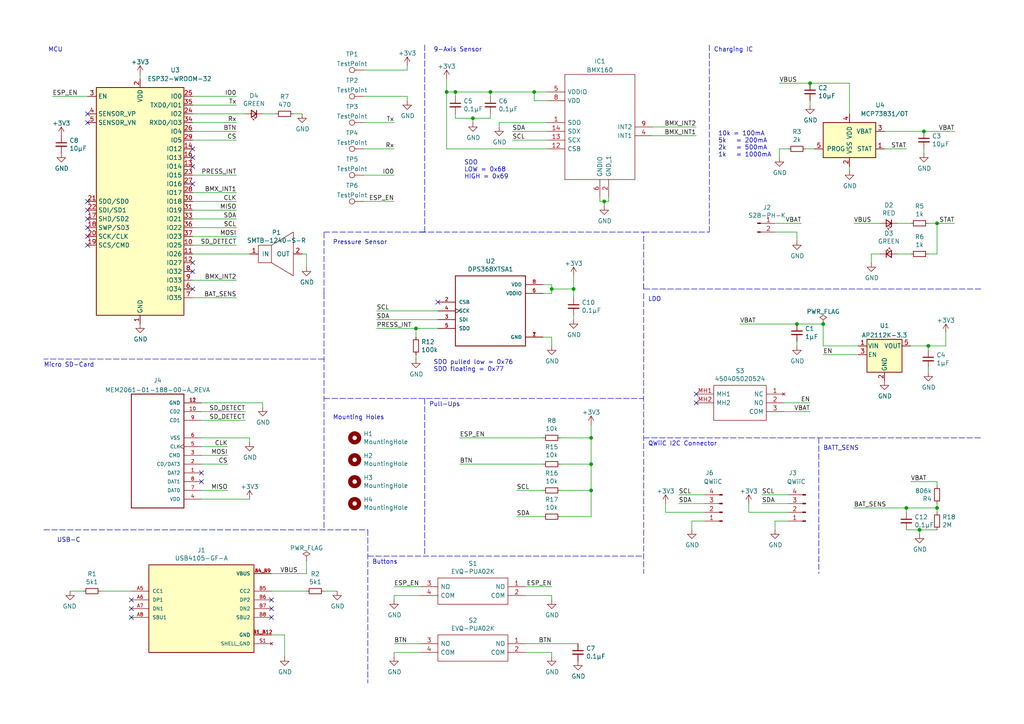
<source format=kicad_sch>
(kicad_sch (version 20211123) (generator eeschema)
  (paper "A4")
  (title_block (title "Trick Tracker") (date "2022-09-11") (rev "v2.1"))
  (lib_symbols
    (symbol "450405020524:450405020524" (pin_names (offset 0.762))
      (property "Reference" "S" (at 21.59 7.62 0))
      (property "Value" "450405020524" (at 21.59 5.08 0))
      (symbol "450405020524_0_0"
        (pin no_connect line (at 25.4 0 180) (length 5.08) (name "NC") (number "1"))
        (pin passive line (at 25.4 -2.54 180) (length 5.08) (name "NO") (number "2"))
        (pin passive line (at 25.4 -5.08 180) (length 5.08) (name "COM") (number "3"))
        (pin passive line (at 0 0 0) (length 5.08) (name "MH1") (number "MH1"))
        (pin passive line (at 0 -2.54 0) (length 5.08) (name "MH2") (number "MH2"))
      )
    )
    (symbol "BMX160:BMX160" (pin_names (offset 0.762))
      (property "Reference" "IC" (at 13.97 13.97 0))
      (property "Value" "BMX160" (at 11.43 11.43 0))
      (symbol "BMX160_0_0"
        (pin passive line (at 0 -3.81 0) (length 5.08) (name "SDO") (number "1"))
        (pin no_connect line (at 30.48 -2.54 180) (length 5.08) hide (name "DNC_1") (number "10"))
        (pin no_connect line (at 30.48 0 180) (length 5.08) hide (name "DNC_2") (number "11"))
        (pin passive line (at 0 -11.43 0) (length 5.08) (name "CSB") (number "12"))
        (pin passive line (at 0 -8.89 0) (length 5.08) (name "SCX") (number "13"))
        (pin passive line (at 0 -6.35 0) (length 5.08) (name "SDX") (number "14"))
        (pin input line (at 17.78 -25.4 90) (length 5.08) (name "GND_1") (number "2"))
        (pin input line (at 17.78 -25.4 90) (length 5.08) hide (name "GND_2") (number "3"))
        (pin passive line (at 30.48 -7.62 180) (length 5.08) (name "INT1") (number "4"))
        (pin passive line (at 0 5.08 0) (length 5.08) (name "VDDIO") (number "5"))
        (pin input line (at 15.24 -25.4 90) (length 5.08) (name "GNDIO") (number "6"))
        (pin input line (at 17.78 -25.4 90) (length 5.08) hide (name "GND_3") (number "7"))
        (pin passive line (at 0 2.54 0) (length 5.08) (name "VDD") (number "8"))
        (pin passive line (at 30.48 -5.08 180) (length 5.08) (name "INT2") (number "9"))
      )
    )
    (symbol "Battery_Management:MCP73831-2-OT" (pin_names (offset 1.016))
      (property "Reference" "U" (at -7.62 6.35 0))
      (property "Value" "MCP73831-2-OT" (at 1.27 6.35 0))
      (symbol "MCP73831-2-OT_1_1"
        (pin output line (at 10.16 -2.54 180) (length 2.54) (name "STAT") (number "1"))
        (pin power_in line (at 0 -7.62 90) (length 2.54) (name "VSS") (number "2"))
        (pin power_out line (at 10.16 2.54 180) (length 2.54) (name "VBAT") (number "3"))
        (pin power_in line (at 0 7.62 270) (length 2.54) (name "VDD") (number "4"))
        (pin input line (at -10.16 -2.54 0) (length 2.54) (name "PROG") (number "5"))
      )
    )
    (symbol "Connector:Conn_01x02_Male" (pin_names (offset 1.016) hide)
      (property "Reference" "J" (at 0 2.54 0))
      (property "Value" "Conn_01x02_Male" (at 0 -5.08 0))
      (symbol "Conn_01x02_Male_1_1"
        (pin passive line (at 5.08 0 180) (length 3.81) (name "Pin_1") (number "1"))
        (pin passive line (at 5.08 -2.54 180) (length 3.81) (name "Pin_2") (number "2"))
      )
    )
    (symbol "Connector:Conn_01x04_Male" (pin_names (offset 1.016) hide)
      (property "Reference" "J" (at 0 5.08 0))
      (property "Value" "Conn_01x04_Male" (at 0 -7.62 0))
      (symbol "Conn_01x04_Male_1_1"
        (pin passive line (at 5.08 2.54 180) (length 3.81) (name "Pin_1") (number "1"))
        (pin passive line (at 5.08 0 180) (length 3.81) (name "Pin_2") (number "2"))
        (pin passive line (at 5.08 -2.54 180) (length 3.81) (name "Pin_3") (number "3"))
        (pin passive line (at 5.08 -5.08 180) (length 3.81) (name "Pin_4") (number "4"))
      )
    )
    (symbol "Connector:TestPoint" (pin_numbers hide) (pin_names (offset 0.762) hide)
      (property "Reference" "TP" (at 0 6.858 0))
      (property "Value" "TestPoint" (at 0 5.08 0))
      (symbol "TestPoint_1_1"
        (pin passive line (at 0 0 90) (length 2.54) (name "1") (number "1"))
      )
    )
    (symbol "DPS368XTSA1:DPS368XTSA1" (pin_names (offset 1.016))
      (property "Reference" "U" (at -10.16 10.922 0))
      (property "Value" "DPS368XTSA1" (at -10.16 -12.7 0))
      (symbol "DPS368XTSA1_0_0"
        (pin power_in line (at 15.24 -7.62 180) (length 5.08) (name "GND") (number "1"))
        (pin input line (at -15.24 2.54 0) (length 5.08) (name "CSB") (number "2"))
        (pin input line (at -15.24 -2.54 0) (length 5.08) (name "SDI") (number "3"))
        (pin input clock (at -15.24 0 0) (length 5.08) (name "SCK") (number "4"))
        (pin output line (at -15.24 -5.08 0) (length 5.08) (name "SDO") (number "5"))
        (pin power_in line (at 15.24 5.08 180) (length 5.08) (name "VDDIO") (number "6"))
        (pin power_in line (at 15.24 -7.62 180) (length 5.08) (name "GND") (number "7"))
        (pin power_in line (at 15.24 7.62 180) (length 5.08) (name "VDD") (number "8"))
      )
    )
    (symbol "Device:C_Small" (pin_numbers hide) (pin_names (offset 0.254) hide)
      (property "Reference" "C" (at 0.254 1.778 0))
      (property "Value" "C_Small" (at 0.254 -2.032 0))
      (symbol "C_Small_1_1"
        (pin passive line (at 0 2.54 270) (length 2.032) (name "~") (number "1"))
        (pin passive line (at 0 -2.54 90) (length 2.032) (name "~") (number "2"))
      )
    )
    (symbol "Device:LED_Small" (pin_numbers hide) (pin_names (offset 0.254) hide)
      (property "Reference" "D" (at -1.27 3.175 0))
      (property "Value" "LED_Small" (at -4.445 -2.54 0))
      (symbol "LED_Small_1_1"
        (pin passive line (at -2.54 0 0) (length 1.778) (name "K") (number "1"))
        (pin passive line (at 2.54 0 180) (length 1.778) (name "A") (number "2"))
      )
    )
    (symbol "Device:R_Small" (pin_numbers hide) (pin_names (offset 0.254) hide)
      (property "Reference" "R" (at 0.762 0.508 0))
      (property "Value" "R_Small" (at 0.762 -1.016 0))
      (symbol "R_Small_1_1"
        (pin passive line (at 0 2.54 270) (length 0.762) (name "~") (number "1"))
        (pin passive line (at 0 -2.54 90) (length 0.762) (name "~") (number "2"))
      )
    )
    (symbol "EVQ-PUA02K:EVQ-PUA02K" (pin_names (offset 0.762))
      (property "Reference" "S" (at 26.67 7.62 0))
      (property "Value" "EVQ-PUA02K" (at 26.67 5.08 0))
      (symbol "EVQ-PUA02K_0_0"
        (pin passive line (at 30.48 0 180) (length 5.08) (name "NO") (number "1"))
        (pin passive line (at 30.48 -2.54 180) (length 5.08) (name "COM") (number "2"))
        (pin passive line (at 0 0 0) (length 5.08) (name "NO") (number "3"))
        (pin passive line (at 0 -2.54 0) (length 5.08) (name "COM") (number "4"))
      )
    )
    (symbol "MEM2061-01-188-00-A_REVA:MEM2061-01-188-00-A_REVA" (pin_names (offset 1.016))
      (property "Reference" "J" (at 0 15.2654 0))
      (property "Value" "MEM2061-01-188-00-A_REVA" (at 0 -20.3454 0))
      (symbol "MEM2061-01-188-00-A_REVA_0_0"
        (pin bidirectional line (at -5.08 5.08 0) (length 5.08) (name "DAT2") (number "1"))
        (pin passive line (at -5.08 -12.7 0) (length 5.08) (name "CD2") (number "10"))
        (pin power_in line (at -5.08 -15.24 0) (length 5.08) (name "GND") (number "11"))
        (pin power_in line (at -5.08 -15.24 0) (length 5.08) (name "GND") (number "12"))
        (pin bidirectional line (at -5.08 2.54 0) (length 5.08) (name "CD/DAT3") (number "2"))
        (pin bidirectional line (at -5.08 0 0) (length 5.08) (name "CMD") (number "3"))
        (pin power_in line (at -5.08 12.7 0) (length 5.08) (name "VDD") (number "4"))
        (pin bidirectional clock (at -5.08 -2.54 0) (length 5.08) (name "CLK") (number "5"))
        (pin power_in line (at -5.08 -5.08 0) (length 5.08) (name "VSS") (number "6"))
        (pin bidirectional line (at -5.08 10.16 0) (length 5.08) (name "DAT0") (number "7"))
        (pin bidirectional line (at -5.08 7.62 0) (length 5.08) (name "DAT1") (number "8"))
        (pin passive line (at -5.08 -10.16 0) (length 5.08) (name "CD1") (number "9"))
      )
    )
    (symbol "Mechanical:MountingHole" (pin_names (offset 1.016))
      (property "Reference" "H" (at 0 5.08 0))
      (property "Value" "MountingHole" (at 0 3.175 0))
    )
    (symbol "RF_Module:ESP32-WROOM-32"
      (property "Reference" "U" (at -12.7 34.29 0))
      (property "Value" "ESP32-WROOM-32" (at 1.27 34.29 0))
      (symbol "ESP32-WROOM-32_1_1"
        (pin power_in line (at 0 -35.56 90) (length 2.54) (name "GND") (number "1"))
        (pin bidirectional line (at 15.24 -12.7 180) (length 2.54) (name "IO25") (number "10"))
        (pin bidirectional line (at 15.24 -15.24 180) (length 2.54) (name "IO26") (number "11"))
        (pin bidirectional line (at 15.24 -17.78 180) (length 2.54) (name "IO27") (number "12"))
        (pin bidirectional line (at 15.24 10.16 180) (length 2.54) (name "IO14") (number "13"))
        (pin bidirectional line (at 15.24 15.24 180) (length 2.54) (name "IO12") (number "14"))
        (pin passive line (at 0 -35.56 90) (length 2.54) hide (name "GND") (number "15"))
        (pin bidirectional line (at 15.24 12.7 180) (length 2.54) (name "IO13") (number "16"))
        (pin bidirectional line (at -15.24 -5.08 0) (length 2.54) (name "SHD/SD2") (number "17"))
        (pin bidirectional line (at -15.24 -7.62 0) (length 2.54) (name "SWP/SD3") (number "18"))
        (pin bidirectional line (at -15.24 -12.7 0) (length 2.54) (name "SCS/CMD") (number "19"))
        (pin power_in line (at 0 35.56 270) (length 2.54) (name "VDD") (number "2"))
        (pin bidirectional line (at -15.24 -10.16 0) (length 2.54) (name "SCK/CLK") (number "20"))
        (pin bidirectional line (at -15.24 0 0) (length 2.54) (name "SDO/SD0") (number "21"))
        (pin bidirectional line (at -15.24 -2.54 0) (length 2.54) (name "SDI/SD1") (number "22"))
        (pin bidirectional line (at 15.24 7.62 180) (length 2.54) (name "IO15") (number "23"))
        (pin bidirectional line (at 15.24 25.4 180) (length 2.54) (name "IO2") (number "24"))
        (pin bidirectional line (at 15.24 30.48 180) (length 2.54) (name "IO0") (number "25"))
        (pin bidirectional line (at 15.24 20.32 180) (length 2.54) (name "IO4") (number "26"))
        (pin bidirectional line (at 15.24 5.08 180) (length 2.54) (name "IO16") (number "27"))
        (pin bidirectional line (at 15.24 2.54 180) (length 2.54) (name "IO17") (number "28"))
        (pin bidirectional line (at 15.24 17.78 180) (length 2.54) (name "IO5") (number "29"))
        (pin input line (at -15.24 30.48 0) (length 2.54) (name "EN") (number "3"))
        (pin bidirectional line (at 15.24 0 180) (length 2.54) (name "IO18") (number "30"))
        (pin bidirectional line (at 15.24 -2.54 180) (length 2.54) (name "IO19") (number "31"))
        (pin no_connect line (at -12.7 -27.94 0) (length 2.54) hide (name "NC") (number "32"))
        (pin bidirectional line (at 15.24 -5.08 180) (length 2.54) (name "IO21") (number "33"))
        (pin bidirectional line (at 15.24 22.86 180) (length 2.54) (name "RXD0/IO3") (number "34"))
        (pin bidirectional line (at 15.24 27.94 180) (length 2.54) (name "TXD0/IO1") (number "35"))
        (pin bidirectional line (at 15.24 -7.62 180) (length 2.54) (name "IO22") (number "36"))
        (pin bidirectional line (at 15.24 -10.16 180) (length 2.54) (name "IO23") (number "37"))
        (pin passive line (at 0 -35.56 90) (length 2.54) hide (name "GND") (number "38"))
        (pin passive line (at 0 -35.56 90) (length 2.54) hide (name "GND") (number "39"))
        (pin input line (at -15.24 25.4 0) (length 2.54) (name "SENSOR_VP") (number "4"))
        (pin input line (at -15.24 22.86 0) (length 2.54) (name "SENSOR_VN") (number "5"))
        (pin input line (at 15.24 -25.4 180) (length 2.54) (name "IO34") (number "6"))
        (pin input line (at 15.24 -27.94 180) (length 2.54) (name "IO35") (number "7"))
        (pin bidirectional line (at 15.24 -20.32 180) (length 2.54) (name "IO32") (number "8"))
        (pin bidirectional line (at 15.24 -22.86 180) (length 2.54) (name "IO33") (number "9"))
      )
    )
    (symbol "Regulator_Linear:AP2112K-3.3" (pin_names (offset 0.254))
      (property "Reference" "U" (at -5.08 5.715 0))
      (property "Value" "AP2112K-3.3" (at 0 5.715 0))
      (symbol "AP2112K-3.3_1_1"
        (pin power_in line (at -7.62 2.54 0) (length 2.54) (name "VIN") (number "1"))
        (pin power_in line (at 0 -7.62 90) (length 2.54) (name "GND") (number "2"))
        (pin input line (at -7.62 0 0) (length 2.54) (name "EN") (number "3"))
        (pin no_connect line (at 5.08 0 180) (length 2.54) hide (name "NC") (number "4"))
        (pin power_out line (at 7.62 2.54 180) (length 2.54) (name "VOUT") (number "5"))
      )
    )
    (symbol "SMTB-1240-S-R:SMTB-1240-S-R" (pin_names (offset 1.016))
      (property "Reference" "P" (at -2.54 3.81 0))
      (property "Value" "SMTB-1240-S-R" (at 1.27 -7.62 0))
      (symbol "SMTB-1240-S-R_1_1"
        (pin input line (at -7.62 0 0) (length 2.54) (name "IN") (number "1"))
        (pin output line (at 7.62 0 180) (length 2.54) (name "OUT") (number "2"))
      )
    )
    (symbol "USB4105-GF-A:USB4105-GF-A" (pin_names (offset 1.016))
      (property "Reference" "J" (at -15.24 13.97 0))
      (property "Value" "USB4105-GF-A" (at -15.24 -15.24 0))
      (symbol "USB4105-GF-A_0_0"
        (pin power_in line (at 20.32 -7.62 180) (length 5.08) (name "GND") (number "A1_B12"))
        (pin power_in line (at 20.32 10.16 180) (length 5.08) (name "VBUS") (number "A4_B9"))
        (pin bidirectional line (at -20.32 5.08 0) (length 5.08) (name "CC1") (number "A5"))
        (pin bidirectional line (at -20.32 2.54 0) (length 5.08) (name "DP1") (number "A6"))
        (pin bidirectional line (at -20.32 0 0) (length 5.08) (name "DN1") (number "A7"))
        (pin bidirectional line (at -20.32 -2.54 0) (length 5.08) (name "SBU1") (number "A8"))
        (pin power_in line (at 20.32 -7.62 180) (length 5.08) (name "GND") (number "B1_A12"))
        (pin power_in line (at 20.32 10.16 180) (length 5.08) (name "VBUS") (number "B4_A9"))
        (pin bidirectional line (at 20.32 5.08 180) (length 5.08) (name "CC2") (number "B5"))
        (pin bidirectional line (at 20.32 2.54 180) (length 5.08) (name "DP2") (number "B6"))
        (pin bidirectional line (at 20.32 0 180) (length 5.08) (name "DN2") (number "B7"))
        (pin bidirectional line (at 20.32 -2.54 180) (length 5.08) (name "SBU2") (number "B8"))
        (pin no_connect line (at 20.32 -10.16 180) (length 5.08) (name "SHELL_GND") (number "S1"))
        (pin no_connect line (at 1.27 -17.78 90) (length 5.08) hide (name "SHELL_GND") (number "S2"))
        (pin no_connect line (at 2.54 -17.78 90) (length 5.08) hide (name "SHELL_GND") (number "S3"))
        (pin no_connect line (at 3.81 -17.78 90) (length 5.08) hide (name "SHELL_GND") (number "S4"))
      )
    )
    (symbol "power:+3.3V" (power) (pin_names (offset 0))
      (property "Value" "+3.3V" (at 0 3.556 0))
      (symbol "+3.3V_1_1"
        (pin power_in line (at 0 0 90) (length 0) hide (name "+3V3") (number "1"))
      )
    )
    (symbol "power:GND" (power) (pin_names (offset 0))
      (property "Value" "GND" (at 0 -3.81 0))
      (symbol "GND_1_1"
        (pin power_in line (at 0 0 270) (length 0) hide (name "GND") (number "1"))
      )
    )
    (symbol "power:PWR_FLAG" (power) (pin_numbers hide) (pin_names (offset 0) hide)
      (property "Value" "PWR_FLAG" (at 0 3.81 0))
      (symbol "PWR_FLAG_0_0"
        (pin power_out line (at 0 0 90) (length 0) (name "pwr") (number "1"))
      )
    )
  )
  (junction (at 271.78 64.77))
  (junction (at 171.45 134.62))
  (junction (at 132.08 26.67))
  (junction (at 120.65 95.25))
  (junction (at 269.24 100.33))
  (junction (at 160.02 83.82))
  (junction (at 234.95 24.13))
  (junction (at 154.94 26.67))
  (junction (at 266.7 153.67))
  (junction (at 175.26 58.42))
  (junction (at 262.89 147.32))
  (junction (at 171.45 127))
  (junction (at 231.14 93.98))
  (junction (at 271.78 147.32))
  (junction (at 171.45 142.24))
  (junction (at 142.24 26.67))
  (junction (at 267.97 38.1))
  (junction (at 238.76 93.98))
  (junction (at 129.54 26.67))
  (junction (at 137.16 34.29))
  (junction (at 166.37 83.82))
  (no_connect (at 25.4 35.56))
  (no_connect (at 25.4 33.02))
  (no_connect (at 25.4 60.96))
  (no_connect (at 25.4 63.5))
  (no_connect (at 25.4 66.04))
  (no_connect (at 25.4 68.58))
  (no_connect (at 25.4 71.12))
  (no_connect (at 25.4 58.42))
  (no_connect (at 55.88 43.18))
  (no_connect (at 55.88 78.74))
  (no_connect (at 55.88 76.2))
  (no_connect (at 55.88 48.26))
  (no_connect (at 55.88 83.82))
  (no_connect (at 201.93 114.3))
  (no_connect (at 78.74 179.07))
  (no_connect (at 38.1 179.07))
  (no_connect (at 127 87.63))
  (no_connect (at 58.42 139.7))
  (no_connect (at 38.1 176.53))
  (no_connect (at 78.74 173.99))
  (no_connect (at 78.74 176.53))
  (no_connect (at 38.1 173.99))
  (no_connect (at 201.93 116.84))
  (no_connect (at 58.42 137.16))
  (no_connect (at 55.88 45.72))
  (no_connect (at 55.88 53.34))
  (wire (pts (xy 201.93 39.37) (xy 189.23 39.37)))
  (wire (pts (xy 231.14 93.98) (xy 238.76 93.98)))
  (wire (pts (xy 114.3 170.18) (xy 121.92 170.18)))
  (wire (pts (xy 76.2 118.11) (xy 76.2 116.84)))
  (wire (pts (xy 176.53 58.42) (xy 175.26 58.42)))
  (wire (pts (xy 157.48 97.79) (xy 160.02 97.79)))
  (wire (pts (xy 68.58 60.96) (xy 55.88 60.96)))
  (wire (pts (xy 231.14 99.06) (xy 231.14 100.33)))
  (wire (pts (xy 196.85 146.05) (xy 204.47 146.05)))
  (wire (pts (xy 160.02 190.5) (xy 160.02 189.23)))
  (wire (pts (xy 97.79 171.45) (xy 93.98 171.45)))
  (wire (pts (xy 246.38 48.26) (xy 246.38 49.53)))
  (wire (pts (xy 109.22 92.71) (xy 127 92.71)))
  (wire (pts (xy 160.02 97.79) (xy 160.02 100.33)))
  (wire (pts (xy 220.98 146.05) (xy 228.6 146.05)))
  (wire (pts (xy 160.02 189.23) (xy 152.4 189.23)))
  (wire (pts (xy 160.02 85.09) (xy 157.48 85.09)))
  (wire (pts (xy 231.14 67.31) (xy 224.79 67.31)))
  (wire (pts (xy 58.42 127) (xy 72.39 127)))
  (wire (pts (xy 274.32 96.52) (xy 274.32 100.33)))
  (wire (pts (xy 20.32 171.45) (xy 24.13 171.45)))
  (wire (pts (xy 133.35 134.62) (xy 157.48 134.62)))
  (wire (pts (xy 226.06 43.18) (xy 226.06 45.72)))
  (polyline (pts (xy 186.69 85.09) (xy 186.69 166.37)))
  (wire (pts (xy 105.41 20.32) (xy 118.11 20.32)))
  (wire (pts (xy 121.92 172.72) (xy 114.3 172.72)))
  (wire (pts (xy 72.39 144.78) (xy 58.42 144.78)))
  (wire (pts (xy 173.99 58.42) (xy 175.26 58.42)))
  (wire (pts (xy 234.95 29.21) (xy 234.95 30.48)))
  (wire (pts (xy 154.94 29.21) (xy 154.94 26.67)))
  (wire (pts (xy 105.41 35.56) (xy 114.3 35.56)))
  (wire (pts (xy 105.41 43.18) (xy 114.3 43.18)))
  (wire (pts (xy 267.97 38.1) (xy 276.86 38.1)))
  (wire (pts (xy 148.59 38.1) (xy 158.75 38.1)))
  (wire (pts (xy 144.78 35.56) (xy 158.75 35.56)))
  (wire (pts (xy 55.88 71.12) (xy 68.58 71.12)))
  (wire (pts (xy 162.56 127) (xy 171.45 127)))
  (wire (pts (xy 196.85 143.51) (xy 204.47 143.51)))
  (wire (pts (xy 142.24 26.67) (xy 154.94 26.67)))
  (wire (pts (xy 29.21 171.45) (xy 38.1 171.45)))
  (wire (pts (xy 274.32 100.33) (xy 269.24 100.33)))
  (wire (pts (xy 58.42 121.92) (xy 71.12 121.92)))
  (wire (pts (xy 160.02 173.99) (xy 160.02 172.72)))
  (wire (pts (xy 68.58 86.36) (xy 55.88 86.36)))
  (wire (pts (xy 66.04 132.08) (xy 58.42 132.08)))
  (wire (pts (xy 262.89 147.32) (xy 271.78 147.32)))
  (wire (pts (xy 72.39 127) (xy 72.39 128.27)))
  (wire (pts (xy 271.78 64.77) (xy 269.24 64.77)))
  (wire (pts (xy 231.14 69.85) (xy 231.14 67.31)))
  (wire (pts (xy 256.54 38.1) (xy 267.97 38.1)))
  (wire (pts (xy 72.39 73.66) (xy 55.88 73.66)))
  (wire (pts (xy 120.65 95.25) (xy 109.22 95.25)))
  (wire (pts (xy 58.42 129.54) (xy 66.04 129.54)))
  (wire (pts (xy 58.42 119.38) (xy 71.12 119.38)))
  (wire (pts (xy 193.04 148.59) (xy 204.47 148.59)))
  (wire (pts (xy 82.55 184.15) (xy 82.55 190.5)))
  (wire (pts (xy 76.2 116.84) (xy 58.42 116.84)))
  (wire (pts (xy 129.54 22.86) (xy 129.54 26.67)))
  (wire (pts (xy 87.63 73.66) (xy 88.9 73.66)))
  (wire (pts (xy 214.63 93.98) (xy 231.14 93.98)))
  (wire (pts (xy 152.4 170.18) (xy 160.02 170.18)))
  (wire (pts (xy 224.79 64.77) (xy 232.41 64.77)))
  (wire (pts (xy 68.58 58.42) (xy 55.88 58.42)))
  (wire (pts (xy 68.58 55.88) (xy 55.88 55.88)))
  (wire (pts (xy 226.06 24.13) (xy 234.95 24.13)))
  (wire (pts (xy 247.65 147.32) (xy 262.89 147.32)))
  (wire (pts (xy 68.58 66.04) (xy 55.88 66.04)))
  (wire (pts (xy 252.73 73.66) (xy 252.73 76.2)))
  (wire (pts (xy 224.79 151.13) (xy 224.79 153.67)))
  (wire (pts (xy 157.48 82.55) (xy 160.02 82.55)))
  (wire (pts (xy 264.16 100.33) (xy 269.24 100.33)))
  (wire (pts (xy 189.23 36.83) (xy 201.93 36.83)))
  (wire (pts (xy 133.35 127) (xy 157.48 127)))
  (wire (pts (xy 276.86 64.77) (xy 271.78 64.77)))
  (wire (pts (xy 105.41 58.42) (xy 114.3 58.42)))
  (wire (pts (xy 217.17 148.59) (xy 217.17 146.05)))
  (wire (pts (xy 114.3 186.69) (xy 121.92 186.69)))
  (wire (pts (xy 68.58 68.58) (xy 55.88 68.58)))
  (wire (pts (xy 262.89 148.59) (xy 262.89 147.32)))
  (wire (pts (xy 88.9 73.66) (xy 88.9 77.47)))
  (wire (pts (xy 55.88 38.1) (xy 68.58 38.1)))
  (wire (pts (xy 238.76 100.33) (xy 248.92 100.33)))
  (wire (pts (xy 171.45 142.24) (xy 171.45 149.86)))
  (wire (pts (xy 175.26 58.42) (xy 175.26 59.69)))
  (wire (pts (xy 204.47 151.13) (xy 200.66 151.13)))
  (wire (pts (xy 162.56 149.86) (xy 171.45 149.86)))
  (wire (pts (xy 68.58 63.5) (xy 55.88 63.5)))
  (wire (pts (xy 120.65 102.87) (xy 120.65 104.14)))
  (polyline (pts (xy 93.98 104.14) (xy 12.7 104.14)))
  (wire (pts (xy 68.58 35.56) (xy 55.88 35.56)))
  (wire (pts (xy 154.94 26.67) (xy 158.75 26.67)))
  (wire (pts (xy 171.45 123.19) (xy 171.45 127)))
  (wire (pts (xy 236.22 43.18) (xy 233.68 43.18)))
  (polyline (pts (xy 106.68 153.67) (xy 106.68 198.12)))
  (wire (pts (xy 68.58 50.8) (xy 55.88 50.8)))
  (wire (pts (xy 88.9 162.56) (xy 88.9 166.37)))
  (wire (pts (xy 118.11 29.21) (xy 118.11 27.94)))
  (wire (pts (xy 171.45 134.62) (xy 171.45 142.24)))
  (wire (pts (xy 78.74 184.15) (xy 82.55 184.15)))
  (wire (pts (xy 105.41 50.8) (xy 114.3 50.8)))
  (wire (pts (xy 269.24 101.6) (xy 269.24 100.33)))
  (wire (pts (xy 269.24 106.68) (xy 269.24 107.95)))
  (wire (pts (xy 228.6 151.13) (xy 224.79 151.13)))
  (wire (pts (xy 120.65 97.79) (xy 120.65 95.25)))
  (wire (pts (xy 15.24 27.94) (xy 25.4 27.94)))
  (wire (pts (xy 118.11 27.94) (xy 105.41 27.94)))
  (wire (pts (xy 160.02 172.72) (xy 152.4 172.72)))
  (polyline (pts (xy 237.49 127) (xy 237.49 166.37)))
  (polyline (pts (xy 186.69 83.82) (xy 186.69 82.55)))
  (wire (pts (xy 160.02 83.82) (xy 160.02 85.09)))
  (wire (pts (xy 220.98 143.51) (xy 228.6 143.51)))
  (wire (pts (xy 142.24 27.94) (xy 142.24 26.67)))
  (polyline (pts (xy 186.69 67.31) (xy 205.74 67.31)))
  (wire (pts (xy 271.78 73.66) (xy 269.24 73.66)))
  (wire (pts (xy 158.75 43.18) (xy 129.54 43.18)))
  (wire (pts (xy 171.45 127) (xy 171.45 134.62)))
  (polyline (pts (xy 205.74 67.31) (xy 205.74 12.7)))
  (polyline (pts (xy 121.92 67.31) (xy 186.69 67.31)))
  (wire (pts (xy 271.78 148.59) (xy 271.78 147.32)))
  (wire (pts (xy 266.7 153.67) (xy 266.7 154.94)))
  (wire (pts (xy 78.74 171.45) (xy 88.9 171.45)))
  (wire (pts (xy 262.89 43.18) (xy 256.54 43.18)))
  (polyline (pts (xy 186.69 83.82) (xy 186.69 67.31)))
  (polyline (pts (xy 93.98 85.09) (xy 93.98 67.31)))
  (wire (pts (xy 152.4 186.69) (xy 167.64 186.69)))
  (wire (pts (xy 137.16 34.29) (xy 132.08 34.29)))
  (wire (pts (xy 137.16 34.29) (xy 142.24 34.29)))
  (wire (pts (xy 166.37 92.71) (xy 166.37 91.44)))
  (wire (pts (xy 114.3 172.72) (xy 114.3 173.99)))
  (wire (pts (xy 132.08 27.94) (xy 132.08 26.67)))
  (wire (pts (xy 246.38 24.13) (xy 234.95 24.13)))
  (polyline (pts (xy 123.19 67.31) (xy 123.19 12.7)))
  (wire (pts (xy 137.16 35.56) (xy 137.16 34.29)))
  (wire (pts (xy 267.97 43.18) (xy 267.97 44.45)))
  (wire (pts (xy 80.01 33.02) (xy 76.2 33.02)))
  (wire (pts (xy 171.45 134.62) (xy 162.56 134.62)))
  (wire (pts (xy 40.64 21.59) (xy 40.64 22.86)))
  (wire (pts (xy 55.88 81.28) (xy 68.58 81.28)))
  (wire (pts (xy 255.27 73.66) (xy 252.73 73.66)))
  (wire (pts (xy 173.99 57.15) (xy 173.99 58.42)))
  (wire (pts (xy 109.22 90.17) (xy 127 90.17)))
  (wire (pts (xy 66.04 142.24) (xy 58.42 142.24)))
  (wire (pts (xy 78.74 166.37) (xy 88.9 166.37)))
  (wire (pts (xy 234.95 119.38) (xy 227.33 119.38)))
  (wire (pts (xy 68.58 27.94) (xy 55.88 27.94)))
  (wire (pts (xy 127 95.25) (xy 120.65 95.25)))
  (wire (pts (xy 246.38 24.13) (xy 246.38 33.02)))
  (wire (pts (xy 217.17 148.59) (xy 228.6 148.59)))
  (wire (pts (xy 166.37 86.36) (xy 166.37 83.82)))
  (wire (pts (xy 158.75 40.64) (xy 148.59 40.64)))
  (wire (pts (xy 114.3 189.23) (xy 114.3 190.5)))
  (wire (pts (xy 160.02 83.82) (xy 166.37 83.82)))
  (polyline (pts (xy 106.68 161.29) (xy 186.69 161.29)))
  (wire (pts (xy 66.04 134.62) (xy 58.42 134.62)))
  (wire (pts (xy 238.76 100.33) (xy 238.76 93.98)))
  (wire (pts (xy 264.16 73.66) (xy 260.35 73.66)))
  (wire (pts (xy 68.58 40.64) (xy 55.88 40.64)))
  (wire (pts (xy 271.78 139.7) (xy 271.78 140.97)))
  (wire (pts (xy 166.37 80.01) (xy 166.37 83.82)))
  (wire (pts (xy 262.89 153.67) (xy 266.7 153.67)))
  (wire (pts (xy 238.76 102.87) (xy 248.92 102.87)))
  (polyline (pts (xy 186.69 127) (xy 284.48 127)))
  (wire (pts (xy 121.92 189.23) (xy 114.3 189.23)))
  (polyline (pts (xy 93.98 85.09) (xy 93.98 153.67)))
  (wire (pts (xy 132.08 26.67) (xy 142.24 26.67)))
  (wire (pts (xy 132.08 34.29) (xy 132.08 33.02)))
  (polyline (pts (xy 93.98 67.31) (xy 123.19 67.31)))
  (wire (pts (xy 271.78 64.77) (xy 271.78 73.66)))
  (wire (pts (xy 193.04 148.59) (xy 193.04 146.05)))
  (wire (pts (xy 264.16 139.7) (xy 271.78 139.7)))
  (polyline (pts (xy 284.48 83.82) (xy 186.69 83.82)))
  (polyline (pts (xy 123.19 115.57) (xy 123.19 161.29)))
  (wire (pts (xy 129.54 43.18) (xy 129.54 26.67)))
  (wire (pts (xy 264.16 64.77) (xy 260.35 64.77)))
  (wire (pts (xy 255.27 64.77) (xy 247.65 64.77)))
  (wire (pts (xy 129.54 26.67) (xy 132.08 26.67)))
  (wire (pts (xy 228.6 43.18) (xy 226.06 43.18)))
  (wire (pts (xy 87.63 33.02) (xy 85.09 33.02)))
  (wire (pts (xy 142.24 34.29) (xy 142.24 33.02)))
  (polyline (pts (xy 12.7 153.67) (xy 106.68 153.67)))
  (wire (pts (xy 160.02 82.55) (xy 160.02 83.82)))
  (wire (pts (xy 118.11 19.05) (xy 118.11 20.32)))
  (wire (pts (xy 149.86 142.24) (xy 157.48 142.24)))
  (wire (pts (xy 162.56 142.24) (xy 171.45 142.24)))
  (wire (pts (xy 68.58 30.48) (xy 55.88 30.48)))
  (wire (pts (xy 271.78 147.32) (xy 271.78 146.05)))
  (wire (pts (xy 271.78 153.67) (xy 266.7 153.67)))
  (wire (pts (xy 55.88 33.02) (xy 71.12 33.02)))
  (polyline (pts (xy 93.98 115.57) (xy 186.69 115.57)))
  (wire (pts (xy 158.75 29.21) (xy 154.94 29.21)))
  (wire (pts (xy 200.66 151.13) (xy 200.66 153.67)))
  (wire (pts (xy 176.53 57.15) (xy 176.53 58.42)))
  (wire (pts (xy 149.86 149.86) (xy 157.48 149.86)))
  (wire (pts (xy 144.78 35.56) (xy 144.78 36.83)))
  (wire (pts (xy 234.95 116.84) (xy 227.33 116.84)))
  (text "Charging IC" (at 207.01 15.24 0) (effects (font (size 1.27 1.27)) (justify left bottom)))
  (text "10k = 100mA\n5k   = 200mA\n2k   = 500mA\n1k   = 1000mA" (at 208.28 45.72 0) (effects (font (size 1.27 1.27)) (justify left bottom)))
  (text "SDO\nLOW = 0x68\nHIGH = 0x69" (at 134.62 52.07 0) (effects (font (size 1.27 1.27)) (justify left bottom)))
  (text "Mounting Holes" (at 96.52 121.92 0) (effects (font (size 1.27 1.27)) (justify left bottom)))
  (text "Pull-Ups" (at 124.46 118.11 0) (effects (font (size 1.27 1.27)) (justify left bottom)))
  (text "QWiiC I2C Connector" (at 187.96 129.54 0) (effects (font (size 1.27 1.27)) (justify left bottom)))
  (text "9-Axis Sensor" (at 125.73 15.24 0) (effects (font (size 1.27 1.27)) (justify left bottom)))
  (text "SDO pulled low = 0x76\nSDO floating = 0x77" (at 125.73 107.95 0) (effects (font (size 1.27 1.27)) (justify left bottom)))
  (text "MCU" (at 13.97 15.24 0) (effects (font (size 1.27 1.27)) (justify left bottom)))
  (text "LDO" (at 187.96 87.63 0) (effects (font (size 1.27 1.27)) (justify left bottom)))
  (text "Micro SD-Card" (at 12.7 106.68 0) (effects (font (size 1.27 1.27)) (justify left bottom)))
  (text "BATT_SENS" (at 238.76 130.81 0) (effects (font (size 1.27 1.27)) (justify left bottom)))
  (text "USB-C" (at 16.51 157.48 0) (effects (font (size 1.27 1.27)) (justify left bottom)))
  (text "Buttons" (at 107.95 163.83 0) (effects (font (size 1.27 1.27)) (justify left bottom)))
  (text "Pressure Sensor" (at 96.52 71.12 0) (effects (font (size 1.27 1.27)) (justify left bottom)))
  (label "Rx" (at 114.3 43.18 180))
  (label "BTN" (at 156.21 186.69 0))
  (label "VBAT" (at 276.86 38.1 180))
  (label "VBAT" (at 264.16 139.7 0))
  (label "BMX_INT1" (at 68.58 55.88 180))
  (label "SCL" (at 68.58 66.04 180))
  (label "CS" (at 66.04 134.62 180))
  (label "SCL" (at 149.86 142.24 0))
  (label "SDA" (at 148.59 38.1 0))
  (label "MOSI" (at 68.58 68.58 180))
  (label "SCL" (at 109.22 90.17 0))
  (label "BMX_INT1" (at 201.93 39.37 180))
  (label "SCL" (at 220.98 143.51 0))
  (label "ESP_EN" (at 114.3 170.18 0))
  (label "ESP_EN" (at 114.3 58.42 180))
  (label "STAT" (at 262.89 43.18 180))
  (label "IO0" (at 68.58 27.94 180))
  (label "BTN" (at 68.58 38.1 180))
  (label "BAT_SENS" (at 247.65 147.32 0))
  (label "EN" (at 238.76 102.87 0))
  (label "BAT_SENS" (at 68.58 86.36 180))
  (label "Rx" (at 68.58 35.56 180))
  (label "SDA" (at 196.85 146.05 0))
  (label "VBUS" (at 226.06 24.13 0))
  (label "VBUS" (at 247.65 64.77 0))
  (label "SD_DETECT" (at 71.12 119.38 180))
  (label "EN" (at 234.95 116.84 180))
  (label "BMX_INT2" (at 201.93 36.83 180))
  (label "SCL" (at 196.85 143.51 0))
  (label "Tx" (at 114.3 35.56 180))
  (label "STAT" (at 276.86 64.77 180))
  (label "SD_DETECT" (at 71.12 121.92 180))
  (label "SD_DETECT" (at 68.58 71.12 180))
  (label "BTN" (at 133.35 134.62 0))
  (label "CS" (at 68.58 40.64 180))
  (label "SDA" (at 149.86 149.86 0))
  (label "BTN" (at 114.3 186.69 0))
  (label "SDA" (at 220.98 146.05 0))
  (label "ESP_EN" (at 160.02 170.18 180))
  (label "CLK" (at 68.58 58.42 180))
  (label "ESP_EN" (at 133.35 127 0))
  (label "MOSI" (at 66.04 132.08 180))
  (label "VBAT" (at 232.41 64.77 180))
  (label "PRESS_INT" (at 68.58 50.8 180))
  (label "BMX_INT2" (at 68.58 81.28 180))
  (label "CLK" (at 66.04 129.54 180))
  (label "PRESS_INT" (at 109.22 95.25 0))
  (label "MISO" (at 66.04 142.24 180))
  (label "ESP_EN" (at 15.24 27.94 0))
  (label "SDA" (at 109.22 92.71 0))
  (label "VBUS" (at 86.36 166.37 180))
  (label "Tx" (at 68.58 30.48 180))
  (label "MISO" (at 68.58 60.96 180))
  (label "IO0" (at 114.3 50.8 180))
  (label "VBAT" (at 234.95 119.38 180))
  (label "SDA" (at 68.58 63.5 180))
  (label "SCL" (at 148.59 40.64 0))
  (label "VBAT" (at 214.63 93.98 0))
  (symbol (lib_id "DPS368XTSA1:DPS368XTSA1") (at 142.24 90.17 0) (unit 1)
    (property "Reference" "U2" (at 142.24 75.7682 0))
    (property "Value" "DPS368XTSA1" (at 142.24 78.0796 0))
    (property "Footprint" "DPS368XTSA1:XDCR_DPS368XTSA1" (effects hide))
    (property "Datasheet" "VFLGA-8 Infineon Technologies" (effects hide))
  )
  (symbol (lib_id "Battery_Management:MCP73831-2-OT") (at 246.38 40.64 0) (unit 1)
    (property "Reference" "U4" (at 255.27 30.48 0))
    (property "Value" "MCP73831/OT" (at 256.54 33.02 0))
    (property "Footprint" "Package_TO_SOT_SMD:SOT-23-5" (effects hide))
    (property "Datasheet" "http://ww1.microchip.com/downloads/en/DeviceDoc/20001984g.pdf" (effects hide))
  )
  (symbol (lib_id "USB4105-GF-A:USB4105-GF-A") (at 58.42 176.53 0) (unit 1)
    (property "Reference" "J1" (at 58.42 159.5882 0))
    (property "Value" "USB4105-GF-A" (at 58.42 161.8996 0))
    (property "Footprint" "USB4105-GF-A:GCT_USB4105-GF-A" (effects hide))
    (property "Alternative" "TYPE-C-31-M-12" (effects hide))
  )
  (symbol (lib_id "Connector:Conn_01x02_Male") (at 219.71 64.77 0) (unit 1)
    (property "Reference" "J2" (at 222.4532 60.1726 0))
    (property "Value" "S2B-PH-K" (at 222.4532 62.484 0))
    (property "Footprint" "Connector_JST:JST_PH_S2B-PH-SM4-TB_1x02-1MP_P2.00mm_Horizontal" (effects hide))
  )
  (symbol (lib_id "power:GND") (at 231.14 69.85 0) (unit 1)
    (property "Reference" "#PWR0101" (effects hide))
    (property "Value" "GND" (at 231.267 74.2442 0))
  )
  (symbol (lib_id "power:GND") (at 246.38 49.53 0) (unit 1)
    (property "Reference" "#PWR0102" (effects hide))
    (property "Value" "GND" (at 246.507 53.9242 0))
  )
  (symbol (lib_id "Device:R_Small") (at 231.14 43.18 270) (unit 1)
    (property "Reference" "R3" (at 231.14 38.2016 90))
    (property "Value" "2k" (at 231.14 40.513 90))
    (property "Footprint" "Resistor_SMD:R_0603_1608Metric" (effects hide))
  )
  (symbol (lib_id "power:GND") (at 226.06 45.72 0) (unit 1)
    (property "Reference" "#PWR0103" (effects hide))
    (property "Value" "GND" (at 226.187 50.1142 0))
  )
  (symbol (lib_id "Device:LED_Small") (at 257.81 64.77 180) (unit 1)
    (property "Reference" "D2" (at 257.81 59.5122 0))
    (property "Value" "RED" (at 257.81 61.8236 0))
    (property "Footprint" "LED_SMD:LED_0603_1608Metric" (effects hide))
  )
  (symbol (lib_id "Device:R_Small") (at 266.7 64.77 270) (unit 1)
    (property "Reference" "R5" (at 266.7 59.7916 90))
    (property "Value" "1k" (at 266.7 62.103 90))
    (property "Footprint" "Resistor_SMD:R_0603_1608Metric" (effects hide))
  )
  (symbol (lib_id "Device:LED_Small") (at 257.81 73.66 0) (unit 1)
    (property "Reference" "D3" (at 257.81 67.691 0))
    (property "Value" "GREEN" (at 257.81 70.0024 0))
    (property "Footprint" "LED_SMD:LED_0603_1608Metric" (effects hide))
  )
  (symbol (lib_id "Device:R_Small") (at 266.7 73.66 270) (unit 1)
    (property "Reference" "R6" (at 266.7 68.6816 90))
    (property "Value" "1k" (at 266.7 70.993 90))
    (property "Footprint" "Resistor_SMD:R_0603_1608Metric" (effects hide))
  )
  (symbol (lib_id "power:GND") (at 82.55 190.5 0) (unit 1)
    (property "Reference" "#PWR0104" (effects hide))
    (property "Value" "GND" (at 82.677 194.8942 0))
  )
  (symbol (lib_id "Device:R_Small") (at 26.67 171.45 90) (mirror x) (unit 1)
    (property "Reference" "R1" (at 26.67 166.4716 90))
    (property "Value" "5k1" (at 26.67 168.783 90))
    (property "Footprint" "Resistor_SMD:R_0603_1608Metric" (effects hide))
  )
  (symbol (lib_id "Device:R_Small") (at 91.44 171.45 270) (unit 1)
    (property "Reference" "R2" (at 91.44 166.4716 90))
    (property "Value" "5k1" (at 91.44 168.783 90))
    (property "Footprint" "Resistor_SMD:R_0603_1608Metric" (effects hide))
  )
  (symbol (lib_id "power:GND") (at 97.79 171.45 0) (unit 1)
    (property "Reference" "#PWR0105" (effects hide))
    (property "Value" "GND" (at 97.917 175.8442 0))
  )
  (symbol (lib_id "power:GND") (at 20.32 171.45 0) (mirror y) (unit 1)
    (property "Reference" "#PWR0106" (effects hide))
    (property "Value" "GND" (at 20.193 175.8442 0))
  )
  (symbol (lib_id "450405020524:450405020524") (at 201.93 114.3 0) (unit 1)
    (property "Reference" "S3" (at 214.63 107.569 0))
    (property "Value" "450405020524" (at 214.63 109.8804 0))
    (property "Footprint" "450405020524:450405020524" (effects hide))
    (property "Datasheet" "https://www.we-online.com/catalog/datasheet/450405020524.pdf" (effects hide))
    (property "Description" "Slide Switches WS-SLSU Mini Slide Switch" (effects hide))
    (property "Height" "2.25" (effects hide))
  )
  (symbol (lib_id "power:GND") (at 252.73 76.2 0) (unit 1)
    (property "Reference" "#PWR0107" (effects hide))
    (property "Value" "GND" (at 252.857 80.5942 0))
  )
  (symbol (lib_id "Device:C_Small") (at 267.97 40.64 0) (unit 1)
    (property "Reference" "C3" (at 270.3068 39.4716 0) (effects (justify left)))
    (property "Value" "10µF" (at 270.3068 41.783 0) (effects (justify left)))
    (property "Footprint" "Capacitor_SMD:C_0603_1608Metric" (effects hide))
  )
  (symbol (lib_id "Mechanical:MountingHole") (at 102.87 127 0) (unit 1)
    (property "Reference" "H1" (at 105.41 125.8316 0) (effects (justify left)))
    (property "Value" "MountingHole" (at 105.41 128.143 0) (effects (justify left)))
    (property "Footprint" "MountingHole:MountingHole_2.5mm_Pad_Via" (effects hide))
  )
  (symbol (lib_id "Mechanical:MountingHole") (at 102.87 133.35 0) (unit 1)
    (property "Reference" "H2" (at 105.41 132.1816 0) (effects (justify left)))
    (property "Value" "MountingHole" (at 105.41 134.493 0) (effects (justify left)))
    (property "Footprint" "MountingHole:MountingHole_2.5mm_Pad_Via" (effects hide))
  )
  (symbol (lib_id "power:GND") (at 267.97 44.45 0) (unit 1)
    (property "Reference" "#PWR0108" (effects hide))
    (property "Value" "GND" (at 268.097 48.8442 0))
  )
  (symbol (lib_id "Device:C_Small") (at 234.95 26.67 0) (unit 1)
    (property "Reference" "C2" (at 237.2868 25.5016 0) (effects (justify left)))
    (property "Value" "10µF" (at 237.2868 27.813 0) (effects (justify left)))
    (property "Footprint" "Capacitor_SMD:C_0603_1608Metric" (effects hide))
  )
  (symbol (lib_id "power:GND") (at 234.95 30.48 0) (unit 1)
    (property "Reference" "#PWR0109" (effects hide))
    (property "Value" "GND" (at 235.077 34.8742 0))
  )
  (symbol (lib_id "SMTB-1240-S-R:SMTB-1240-S-R") (at 80.01 73.66 0) (unit 1)
    (property "Reference" "P1" (at 80.1878 67.437 0))
    (property "Value" "SMTB-1240-S-R" (at 80.1878 69.7484 0))
    (property "Footprint" "SMTB-1240-S-R:SMTB-1240-S-R" (effects hide))
  )
  (symbol (lib_id "Device:C_Small") (at 231.14 96.52 0) (unit 1)
    (property "Reference" "C1" (at 233.4768 95.3516 0) (effects (justify left)))
    (property "Value" "1µF" (at 233.4768 97.663 0) (effects (justify left)))
    (property "Footprint" "Capacitor_SMD:C_0603_1608Metric" (effects hide))
  )
  (symbol (lib_id "power:GND") (at 231.14 100.33 0) (unit 1)
    (property "Reference" "#PWR0110" (effects hide))
    (property "Value" "GND" (at 231.267 104.7242 0))
  )
  (symbol (lib_id "power:GND") (at 256.54 110.49 0) (unit 1)
    (property "Reference" "#PWR0111" (effects hide))
    (property "Value" "GND" (at 256.667 114.8842 0))
  )
  (symbol (lib_id "Device:C_Small") (at 269.24 104.14 0) (unit 1)
    (property "Reference" "C4" (at 271.5768 102.9716 0) (effects (justify left)))
    (property "Value" "1µF" (at 271.5768 105.283 0) (effects (justify left)))
    (property "Footprint" "Capacitor_SMD:C_0603_1608Metric" (effects hide))
  )
  (symbol (lib_id "power:GND") (at 269.24 107.95 0) (unit 1)
    (property "Reference" "#PWR0112" (effects hide))
    (property "Value" "GND" (at 269.367 112.3442 0))
  )
  (symbol (lib_id "power:GND") (at 88.9 77.47 0) (unit 1)
    (property "Reference" "#PWR0133" (effects hide))
    (property "Value" "GND" (at 89.027 81.8642 0))
  )
  (symbol (lib_id "power:GND") (at 72.39 128.27 0) (unit 1)
    (property "Reference" "#PWR0130" (effects hide))
    (property "Value" "GND" (at 72.517 132.6642 0))
  )
  (symbol (lib_id "Connector:Conn_01x04_Male") (at 233.68 148.59 180) (unit 1)
    (property "Reference" "J3" (at 231.14 137.16 0) (effects (justify left)))
    (property "Value" "QWiiC" (at 233.68 139.7 0) (effects (justify left)))
    (property "Footprint" "Connector_JST:JST_SH_SM04B-SRSS-TB_1x04-1MP_P1.00mm_Horizontal" (effects hide))
  )
  (symbol (lib_id "power:GND") (at 224.79 153.67 0) (unit 1)
    (property "Reference" "#PWR0114" (effects hide))
    (property "Value" "GND" (at 224.917 158.0642 0))
  )
  (symbol (lib_id "Device:C_Small") (at 166.37 88.9 0) (unit 1)
    (property "Reference" "C10" (at 168.7068 87.7316 0) (effects (justify left)))
    (property "Value" "0.1µF" (at 168.7068 90.043 0) (effects (justify left)))
    (property "Footprint" "Capacitor_SMD:C_0603_1608Metric" (effects hide))
  )
  (symbol (lib_id "power:GND") (at 166.37 92.71 0) (unit 1)
    (property "Reference" "#PWR0115" (effects hide))
    (property "Value" "GND" (at 166.497 97.1042 0))
  )
  (symbol (lib_id "power:GND") (at 160.02 100.33 0) (unit 1)
    (property "Reference" "#PWR0116" (effects hide))
    (property "Value" "GND" (at 160.147 104.7242 0))
  )
  (symbol (lib_id "Connector:Conn_01x04_Male") (at 209.55 148.59 180) (unit 1)
    (property "Reference" "J6" (at 207.01 137.16 0) (effects (justify left)))
    (property "Value" "QWiiC" (at 209.55 139.7 0) (effects (justify left)))
    (property "Footprint" "Connector_JST:JST_SH_SM04B-SRSS-TB_1x04-1MP_P1.00mm_Horizontal" (effects hide))
  )
  (symbol (lib_id "power:GND") (at 200.66 153.67 0) (unit 1)
    (property "Reference" "#PWR0134" (effects hide))
    (property "Value" "GND" (at 200.787 158.0642 0))
  )
  (symbol (lib_id "Device:R_Small") (at 160.02 142.24 90) (unit 1)
    (property "Reference" "R16" (at 160.02 137.2616 90))
    (property "Value" "10k" (at 160.02 139.573 90))
    (property "Footprint" "Resistor_SMD:R_0603_1608Metric" (effects hide))
  )
  (symbol (lib_id "Device:R_Small") (at 160.02 149.86 90) (unit 1)
    (property "Reference" "R17" (at 160.02 144.8816 90))
    (property "Value" "10k" (at 160.02 147.193 90))
    (property "Footprint" "Resistor_SMD:R_0603_1608Metric" (effects hide))
  )
  (symbol (lib_id "Device:R_Small") (at 120.65 100.33 180) (unit 1)
    (property "Reference" "R12" (at 122.1486 99.1616 0) (effects (justify right)))
    (property "Value" "100k" (at 122.1486 101.473 0) (effects (justify right)))
    (property "Footprint" "Resistor_SMD:R_0603_1608Metric" (effects hide))
  )
  (symbol (lib_id "Device:LED_Small") (at 73.66 33.02 180) (unit 1)
    (property "Reference" "D4" (at 73.66 27.7622 0))
    (property "Value" "GREEN" (at 73.66 30.0736 0))
    (property "Footprint" "LED_SMD:LED_0603_1608Metric" (effects hide))
  )
  (symbol (lib_id "Device:R_Small") (at 82.55 33.02 270) (unit 1)
    (property "Reference" "R7" (at 82.55 28.0416 90))
    (property "Value" "470" (at 82.55 30.353 90))
    (property "Footprint" "Resistor_SMD:R_0603_1608Metric" (effects hide))
  )
  (symbol (lib_id "power:GND") (at 87.63 33.02 0) (unit 1)
    (property "Reference" "#PWR0131" (effects hide))
    (property "Value" "GND" (at 87.757 37.4142 0))
  )
  (symbol (lib_id "power:GND") (at 120.65 104.14 0) (unit 1)
    (property "Reference" "#PWR0117" (effects hide))
    (property "Value" "GND" (at 120.777 108.5342 0))
  )
  (symbol (lib_id "Device:R_Small") (at 271.78 151.13 180) (unit 1)
    (property "Reference" "R18" (at 273.2786 149.9616 0) (effects (justify right)))
    (property "Value" "2M" (at 273.2786 152.273 0) (effects (justify right)))
    (property "Footprint" "Resistor_SMD:R_0603_1608Metric" (effects hide))
  )
  (symbol (lib_id "Device:R_Small") (at 271.78 143.51 0) (unit 1)
    (property "Reference" "R4" (at 270.2814 144.6784 0) (effects (justify right)))
    (property "Value" "806k" (at 270.2814 142.367 0) (effects (justify right)))
    (property "Footprint" "Resistor_SMD:R_0603_1608Metric" (effects hide))
  )
  (symbol (lib_id "Device:C_Small") (at 262.89 151.13 0) (unit 1)
    (property "Reference" "C12" (at 265.2268 149.9616 0) (effects (justify left)))
    (property "Value" "0.1µF" (at 265.2268 152.273 0) (effects (justify left)))
    (property "Footprint" "Capacitor_SMD:C_0603_1608Metric" (effects hide))
  )
  (symbol (lib_id "BMX160:BMX160") (at 158.75 31.75 0) (unit 1)
    (property "Reference" "IC1" (at 173.99 17.78 0))
    (property "Value" "BMX160" (at 173.99 20.32 0))
    (property "Footprint" "BMX160:PQFN50P300X250X88-14N" (effects hide))
    (property "Datasheet" "http://www.mouser.com/datasheet/2/783/BST-BMX160-DS000-11-1480547.pdf" (effects hide))
    (property "Description" "IMUs - Inertial Measurement Units 9-axis (9DOF) Absolute Orientation MEMS Sensor" (effects hide))
    (property "Height" "0.88" (effects hide))
    (property "Manufacturer_Name" "Bosch Sensortec" (effects hide))
    (property "Manufacturer_Part_Number" "BMX160" (effects hide))
    (property "Mouser Part Number" "262-BMX160" (effects hide))
    (property "Mouser Price/Stock" "https://www.mouser.co.uk/ProductDetail/Bosch-Sensortec/BMX160?qs=w%2Fv1CP2dgqoayZdn49CsrA%3D%3D" (effects hide))
    (property "Arrow Part Number" "BMX160" (effects hide))
    (property "Arrow Price/Stock" "https://www.arrow.com/en/products/bmx160/bosch" (effects hide))
  )
  (symbol (lib_id "power:GND") (at 266.7 154.94 0) (unit 1)
    (property "Reference" "#PWR0129" (effects hide))
    (property "Value" "GND" (at 266.827 159.3342 0))
  )
  (symbol (lib_id "Device:C_Small") (at 132.08 30.48 0) (unit 1)
    (property "Reference" "C5" (at 134.4168 29.3116 0) (effects (justify left)))
    (property "Value" "0.1µF" (at 134.4168 31.623 0) (effects (justify left)))
    (property "Footprint" "Capacitor_SMD:C_0603_1608Metric" (effects hide))
  )
  (symbol (lib_id "Device:C_Small") (at 142.24 30.48 0) (unit 1)
    (property "Reference" "C6" (at 144.5768 29.3116 0) (effects (justify left)))
    (property "Value" "0.1µF" (at 144.5768 31.623 0) (effects (justify left)))
    (property "Footprint" "Capacitor_SMD:C_0603_1608Metric" (effects hide))
  )
  (symbol (lib_id "power:GND") (at 137.16 35.56 0) (unit 1)
    (property "Reference" "#PWR0118" (effects hide))
    (property "Value" "GND" (at 137.287 39.9542 0))
  )
  (symbol (lib_id "power:GND") (at 175.26 59.69 0) (unit 1)
    (property "Reference" "#PWR0119" (effects hide))
    (property "Value" "GND" (at 175.387 64.0842 0))
  )
  (symbol (lib_id "power:GND") (at 144.78 36.83 0) (unit 1)
    (property "Reference" "#PWR0120" (effects hide))
    (property "Value" "GND" (at 144.907 41.2242 0))
  )
  (symbol (lib_id "Mechanical:MountingHole") (at 102.87 139.7 0) (unit 1)
    (property "Reference" "H3" (at 105.41 138.5316 0) (effects (justify left)))
    (property "Value" "MountingHole" (at 105.41 140.843 0) (effects (justify left)))
    (property "Footprint" "MountingHole:MountingHole_2.5mm_Pad_Via" (effects hide))
  )
  (symbol (lib_id "Mechanical:MountingHole") (at 102.87 146.05 0) (unit 1)
    (property "Reference" "H4" (at 105.41 144.8816 0) (effects (justify left)))
    (property "Value" "MountingHole" (at 105.41 147.193 0) (effects (justify left)))
    (property "Footprint" "MountingHole:MountingHole_2.5mm_Pad_Via" (effects hide))
  )
  (symbol (lib_id "EVQ-PUA02K:EVQ-PUA02K") (at 121.92 170.18 0) (unit 1)
    (property "Reference" "S1" (at 137.16 163.449 0))
    (property "Value" "EVQ-PUA02K" (at 137.16 165.7604 0))
    (property "Footprint" "EVQ-PUA02K:EVQPUA02K" (effects hide))
    (property "Datasheet" "https://www.mouser.in/ProductDetail/Panasonic/EVQ-PUA02K?qs=%2Fha2pyFadujMSX8lHuHLeTqtnZtxLpuLygd0%252BejhC2g%3D" (effects hide))
    (property "Description" "Tactile Switches SIDE PUSH 2.2NF 4.7x3.2x1.65mm" (effects hide))
  )
  (symbol (lib_id "EVQ-PUA02K:EVQ-PUA02K") (at 121.92 186.69 0) (unit 1)
    (property "Reference" "S2" (at 137.16 179.959 0))
    (property "Value" "EVQ-PUA02K" (at 137.16 182.2704 0))
    (property "Footprint" "EVQ-PUA02K:EVQPUA02K" (effects hide))
    (property "Datasheet" "https://www.mouser.in/ProductDetail/Panasonic/EVQ-PUA02K?qs=%2Fha2pyFadujMSX8lHuHLeTqtnZtxLpuLygd0%252BejhC2g%3D" (effects hide))
    (property "Description" "Tactile Switches SIDE PUSH 2.2NF 4.7x3.2x1.65mm" (effects hide))
  )
  (symbol (lib_id "Device:R_Small") (at 160.02 134.62 90) (unit 1)
    (property "Reference" "R15" (at 160.02 129.6416 90))
    (property "Value" "10k" (at 160.02 131.953 90))
    (property "Footprint" "Resistor_SMD:R_0603_1608Metric" (effects hide))
  )
  (symbol (lib_id "power:GND") (at 114.3 173.99 0) (unit 1)
    (property "Reference" "#PWR0125" (effects hide))
    (property "Value" "GND" (at 114.427 178.3842 0))
  )
  (symbol (lib_id "power:GND") (at 160.02 173.99 0) (unit 1)
    (property "Reference" "#PWR0126" (effects hide))
    (property "Value" "GND" (at 160.147 178.3842 0))
  )
  (symbol (lib_id "power:GND") (at 114.3 190.5 0) (unit 1)
    (property "Reference" "#PWR0127" (effects hide))
    (property "Value" "GND" (at 114.427 194.8942 0))
  )
  (symbol (lib_id "power:GND") (at 160.02 190.5 0) (unit 1)
    (property "Reference" "#PWR0128" (effects hide))
    (property "Value" "GND" (at 160.147 194.8942 0))
  )
  (symbol (lib_id "RF_Module:ESP32-WROOM-32") (at 40.64 58.42 0) (unit 1)
    (property "Reference" "U3" (at 50.8 20.32 0))
    (property "Value" "ESP32-WROOM-32" (at 52.07 22.86 0))
    (property "Footprint" "RF_Module:ESP32-WROOM-32" (effects hide))
    (property "Datasheet" "https://www.espressif.com/sites/default/files/documentation/esp32-wroom-32_datasheet_en.pdf" (effects hide))
  )
  (symbol (lib_id "power:+3.3V") (at 17.78 39.37 0) (unit 1)
    (property "Reference" "#PWR0122" (effects hide))
    (property "Value" "+3.3V" (at 17.78 35.7655 0))
  )
  (symbol (lib_id "power:+3.3V") (at 274.32 96.52 0) (unit 1)
    (property "Reference" "#PWR012" (effects hide))
    (property "Value" "+3.3V" (at 274.32 92.9155 0))
  )
  (symbol (lib_id "power:GND") (at 118.11 29.21 0) (unit 1)
    (property "Reference" "#PWR05" (effects hide))
    (property "Value" "GND" (at 118.237 33.6042 0))
  )
  (symbol (lib_id "Regulator_Linear:AP2112K-3.3") (at 256.54 102.87 0) (unit 1)
    (property "Reference" "U1" (at 256.54 94.4585 0))
    (property "Value" "AP2112K-3.3" (at 256.54 97.2336 0))
    (property "Footprint" "Package_TO_SOT_SMD:SOT-23-5" (effects hide))
    (property "Datasheet" "https://www.diodes.com/assets/Datasheets/AP2112.pdf" (effects hide))
  )
  (symbol (lib_id "power:+3.3V") (at 166.37 80.01 0) (unit 1)
    (property "Reference" "#PWR08" (effects hide))
    (property "Value" "+3.3V" (at 166.37 76.4055 0))
  )
  (symbol (lib_id "Device:C_Small") (at 167.64 189.23 0) (unit 1)
    (property "Reference" "C7" (at 169.9768 188.0616 0) (effects (justify left)))
    (property "Value" "0.1µF" (at 169.9768 190.373 0) (effects (justify left)))
    (property "Footprint" "Capacitor_SMD:C_0603_1608Metric" (effects hide))
  )
  (symbol (lib_id "MEM2061-01-188-00-A_REVA:MEM2061-01-188-00-A_REVA") (at 53.34 132.08 180) (unit 1)
    (property "Reference" "J4" (at 45.72 110.3335 0))
    (property "Value" "MEM2061-01-188-00-A_REVA" (at 45.72 113.1086 0))
    (property "Footprint" "MEM2061-01-188-00-A_REVA:GCT_MEM2061-01-188-00-A_REVA" (effects hide))
    (property "MANUFACTURER" "GCT" (effects hide))
  )
  (symbol (lib_id "power:GND") (at 167.64 191.77 0) (unit 1)
    (property "Reference" "#PWR07" (effects hide))
    (property "Value" "GND" (at 167.767 196.1642 0))
  )
  (symbol (lib_id "Device:R_Small") (at 160.02 127 90) (unit 1)
    (property "Reference" "R8" (at 160.02 122.0216 90))
    (property "Value" "10k" (at 160.02 124.333 90))
    (property "Footprint" "Resistor_SMD:R_0603_1608Metric" (effects hide))
  )
  (symbol (lib_id "power:+3.3V") (at 217.17 146.05 0) (unit 1)
    (property "Reference" "#PWR011" (effects hide))
    (property "Value" "+3.3V" (at 217.17 142.4455 0))
  )
  (symbol (lib_id "Connector:TestPoint") (at 105.41 50.8 90) (unit 1)
    (property "Reference" "TP5" (at 102.108 46.1985 90))
    (property "Value" "TestPoint" (at 102.108 48.9736 90))
    (property "Footprint" "TestPoint:TestPoint_Pad_D1.5mm" (effects hide))
  )
  (symbol (lib_id "Connector:TestPoint") (at 105.41 58.42 90) (unit 1)
    (property "Reference" "TP6" (at 102.108 53.8185 90))
    (property "Value" "TestPoint" (at 102.108 56.5936 90))
    (property "Footprint" "TestPoint:TestPoint_Pad_D1.5mm" (effects hide))
  )
  (symbol (lib_id "Connector:TestPoint") (at 105.41 27.94 90) (unit 1)
    (property "Reference" "TP2" (at 102.108 23.3385 90))
    (property "Value" "TestPoint" (at 102.108 26.1136 90))
    (property "Footprint" "TestPoint:TestPoint_Pad_D1.5mm" (effects hide))
  )
  (symbol (lib_id "power:PWR_FLAG") (at 88.9 162.56 0) (unit 1)
    (property "Reference" "#FLG0102" (effects hide))
    (property "Value" "PWR_FLAG" (at 88.9 158.9555 0))
  )
  (symbol (lib_id "power:GND") (at 17.78 44.45 0) (unit 1)
    (property "Reference" "#PWR0121" (effects hide))
    (property "Value" "GND" (at 17.907 48.8442 0))
  )
  (symbol (lib_id "Connector:TestPoint") (at 105.41 20.32 90) (unit 1)
    (property "Reference" "TP1" (at 102.108 15.7185 90))
    (property "Value" "TestPoint" (at 102.108 18.4936 90))
    (property "Footprint" "TestPoint:TestPoint_Pad_D1.5mm" (effects hide))
  )
  (symbol (lib_id "power:GND") (at 76.2 118.11 0) (unit 1)
    (property "Reference" "#PWR0113" (effects hide))
    (property "Value" "GND" (at 76.327 122.5042 0))
  )
  (symbol (lib_id "power:+3.3V") (at 129.54 22.86 0) (unit 1)
    (property "Reference" "#PWR06" (effects hide))
    (property "Value" "+3.3V" (at 129.54 19.2555 0))
  )
  (symbol (lib_id "power:+3.3V") (at 72.39 144.78 0) (unit 1)
    (property "Reference" "#PWR03" (effects hide))
    (property "Value" "+3.3V" (at 72.39 141.1755 0))
  )
  (symbol (lib_id "Connector:TestPoint") (at 105.41 43.18 90) (unit 1)
    (property "Reference" "TP4" (at 102.108 38.5785 90))
    (property "Value" "TestPoint" (at 102.108 41.3536 90))
    (property "Footprint" "TestPoint:TestPoint_Pad_D1.5mm" (effects hide))
  )
  (symbol (lib_id "power:+3.3V") (at 193.04 146.05 0) (unit 1)
    (property "Reference" "#PWR010" (effects hide))
    (property "Value" "+3.3V" (at 193.04 142.4455 0))
  )
  (symbol (lib_id "Connector:TestPoint") (at 105.41 35.56 90) (unit 1)
    (property "Reference" "TP3" (at 102.108 30.9585 90))
    (property "Value" "TestPoint" (at 102.108 33.7336 90))
    (property "Footprint" "TestPoint:TestPoint_Pad_D1.5mm" (effects hide))
  )
  (symbol (lib_id "power:+3.3V") (at 118.11 19.05 0) (unit 1)
    (property "Reference" "#PWR04" (effects hide))
    (property "Value" "+3.3V" (at 118.11 15.4455 0))
  )
  (symbol (lib_id "power:GND") (at 40.64 93.98 0) (unit 1)
    (property "Reference" "#PWR02" (effects hide))
    (property "Value" "GND" (at 40.767 98.3742 0))
  )
  (symbol (lib_id "power:+3.3V") (at 40.64 21.59 0) (unit 1)
    (property "Reference" "#PWR01" (effects hide))
    (property "Value" "+3.3V" (at 40.64 17.9855 0))
  )
  (symbol (lib_id "Device:C_Small") (at 17.78 41.91 0) (unit 1)
    (property "Reference" "C8" (at 20.1168 40.7416 0) (effects (justify left)))
    (property "Value" "10µF" (at 20.1168 43.053 0) (effects (justify left)))
    (property "Footprint" "Capacitor_SMD:C_0603_1608Metric" (effects hide))
  )
  (symbol (lib_id "power:+3.3V") (at 171.45 123.19 0) (unit 1)
    (property "Reference" "#PWR09" (effects hide))
    (property "Value" "+3.3V" (at 171.45 119.5855 0))
  )
  (symbol (lib_id "power:PWR_FLAG") (at 238.76 93.98 0) (unit 1)
    (property "Reference" "#FLG0101" (effects hide))
    (property "Value" "PWR_FLAG" (at 238.76 90.3755 0))
  )
)
</source>
